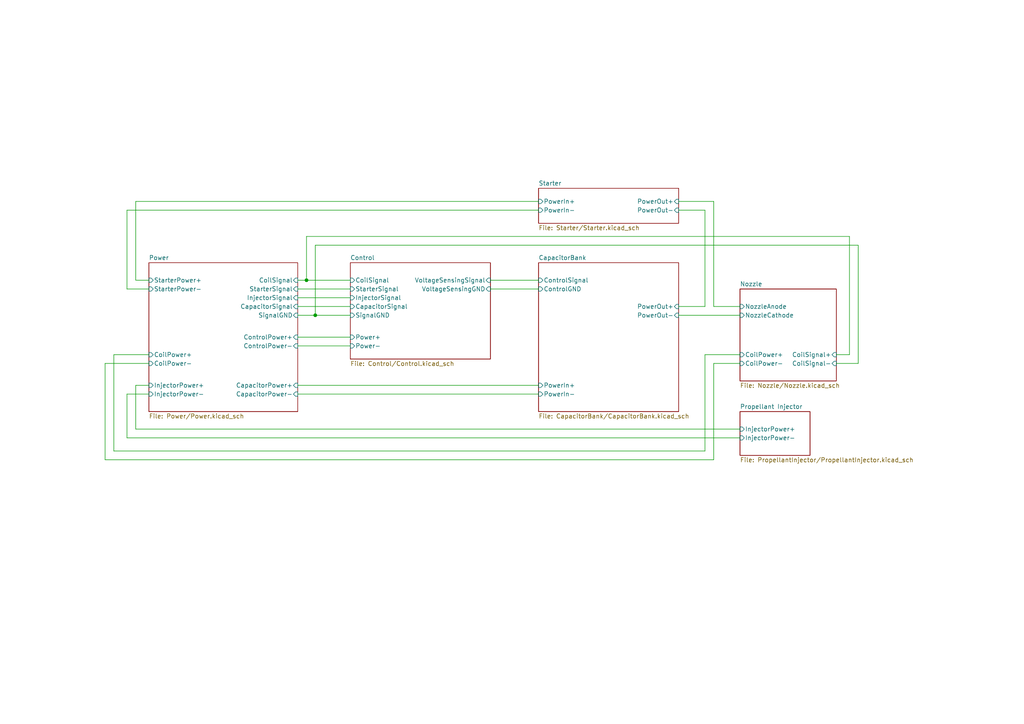
<source format=kicad_sch>
(kicad_sch (version 20211123) (generator eeschema)
  (paper "A4")
  (title_block (title "MPD") (date "2020-01-07") (rev "1"))
  (lib_symbols)
  (junction (at 91.44 91.44))
  (junction (at 88.9 81.28))
  (wire (pts (xy 156.21 60.96) (xy 36.83 60.96)))
  (wire (pts (xy 36.83 114.3) (xy 36.83 127)))
  (wire (pts (xy 91.44 71.12) (xy 91.44 91.44)))
  (wire (pts (xy 207.01 105.41) (xy 207.01 133.35)))
  (wire (pts (xy 86.36 100.33) (xy 101.6 100.33)))
  (wire (pts (xy 196.85 60.96) (xy 204.47 60.96)))
  (wire (pts (xy 39.37 81.28) (xy 39.37 58.42)))
  (wire (pts (xy 30.48 105.41) (xy 30.48 133.35)))
  (wire (pts (xy 248.92 71.12) (xy 248.92 105.41)))
  (wire (pts (xy 86.36 91.44) (xy 91.44 91.44)))
  (wire (pts (xy 39.37 81.28) (xy 43.18 81.28)))
  (wire (pts (xy 86.36 114.3) (xy 156.21 114.3)))
  (wire (pts (xy 86.36 83.82) (xy 101.6 83.82)))
  (wire (pts (xy 196.85 91.44) (xy 214.63 91.44)))
  (wire (pts (xy 196.85 88.9) (xy 204.47 88.9)))
  (wire (pts (xy 39.37 124.46) (xy 214.63 124.46)))
  (wire (pts (xy 88.9 68.58) (xy 88.9 81.28)))
  (wire (pts (xy 91.44 71.12) (xy 248.92 71.12)))
  (wire (pts (xy 204.47 102.87) (xy 204.47 130.81)))
  (wire (pts (xy 36.83 114.3) (xy 43.18 114.3)))
  (wire (pts (xy 207.01 58.42) (xy 207.01 88.9)))
  (wire (pts (xy 43.18 111.76) (xy 39.37 111.76)))
  (wire (pts (xy 33.02 102.87) (xy 43.18 102.87)))
  (wire (pts (xy 156.21 111.76) (xy 86.36 111.76)))
  (wire (pts (xy 156.21 81.28) (xy 142.24 81.28)))
  (wire (pts (xy 39.37 111.76) (xy 39.37 124.46)))
  (wire (pts (xy 36.83 127) (xy 214.63 127)))
  (wire (pts (xy 33.02 102.87) (xy 33.02 130.81)))
  (wire (pts (xy 207.01 105.41) (xy 214.63 105.41)))
  (wire (pts (xy 246.38 102.87) (xy 242.57 102.87)))
  (wire (pts (xy 204.47 88.9) (xy 204.47 60.96)))
  (wire (pts (xy 88.9 68.58) (xy 246.38 68.58)))
  (wire (pts (xy 30.48 105.41) (xy 43.18 105.41)))
  (wire (pts (xy 156.21 58.42) (xy 39.37 58.42)))
  (wire (pts (xy 86.36 86.36) (xy 101.6 86.36)))
  (wire (pts (xy 207.01 88.9) (xy 214.63 88.9)))
  (wire (pts (xy 36.83 60.96) (xy 36.83 83.82)))
  (wire (pts (xy 88.9 81.28) (xy 101.6 81.28)))
  (wire (pts (xy 204.47 102.87) (xy 214.63 102.87)))
  (wire (pts (xy 207.01 58.42) (xy 196.85 58.42)))
  (wire (pts (xy 91.44 91.44) (xy 101.6 91.44)))
  (wire (pts (xy 101.6 88.9) (xy 86.36 88.9)))
  (wire (pts (xy 88.9 81.28) (xy 86.36 81.28)))
  (wire (pts (xy 30.48 133.35) (xy 207.01 133.35)))
  (wire (pts (xy 33.02 130.81) (xy 204.47 130.81)))
  (wire (pts (xy 248.92 105.41) (xy 242.57 105.41)))
  (wire (pts (xy 142.24 83.82) (xy 156.21 83.82)))
  (wire (pts (xy 246.38 68.58) (xy 246.38 102.87)))
  (wire (pts (xy 36.83 83.82) (xy 43.18 83.82)))
  (wire (pts (xy 86.36 97.79) (xy 101.6 97.79)))
  (sheet (at 101.6 76.2) (size 40.64 27.94)
    (property "Sheet name" "Control" (at 101.6 75.4884 0) (effects (justify left bottom)))
    (property "Sheet file" "Control/Control.kicad_sch" (at 101.6 104.7246 0) (effects (justify left top)))
    (pin "CapacitorSignal" input (at 101.6 88.9 180))
    (pin "VoltageSensingSignal" input (at 142.24 81.28 0))
    (pin "VoltageSensingGND" input (at 142.24 83.82 0))
    (pin "CoilSignal" input (at 101.6 81.28 180))
    (pin "StarterSignal" input (at 101.6 83.82 180))
    (pin "SignalGND" input (at 101.6 91.44 180))
    (pin "InjectorSignal" input (at 101.6 86.36 180))
    (pin "Power+" input (at 101.6 97.79 180))
    (pin "Power-" input (at 101.6 100.33 180))
  )
  (sheet (at 43.18 76.2) (size 43.18 43.18)
    (property "Sheet name" "Power" (at 43.18 75.4884 0) (effects (justify left bottom)))
    (property "Sheet file" "Power/Power.kicad_sch" (at 43.18 119.9646 0) (effects (justify left top)))
    (pin "CapacitorPower+" input (at 86.36 111.76 0))
    (pin "CapacitorPower-" input (at 86.36 114.3 0))
    (pin "StarterPower+" input (at 43.18 81.28 180))
    (pin "StarterPower-" input (at 43.18 83.82 180))
    (pin "CoilPower-" input (at 43.18 105.41 180))
    (pin "CoilPower+" input (at 43.18 102.87 180))
    (pin "CapacitorSignal" input (at 86.36 88.9 0))
    (pin "StarterSignal" input (at 86.36 83.82 0))
    (pin "SignalGND" input (at 86.36 91.44 0))
    (pin "InjectorSignal" input (at 86.36 86.36 0))
    (pin "InjectorPower+" input (at 43.18 111.76 180))
    (pin "InjectorPower-" input (at 43.18 114.3 180))
    (pin "CoilSignal" input (at 86.36 81.28 0))
    (pin "ControlPower+" input (at 86.36 97.79 0))
    (pin "ControlPower-" input (at 86.36 100.33 0))
  )
  (sheet (at 156.21 76.2) (size 40.64 43.18)
    (property "Sheet name" "CapacitorBank" (at 156.21 75.4884 0) (effects (justify left bottom)))
    (property "Sheet file" "CapacitorBank/CapacitorBank.kicad_sch" (at 156.21 119.9646 0) (effects (justify left top)))
    (pin "PowerOut+" input (at 196.85 88.9 0))
    (pin "PowerOut-" input (at 196.85 91.44 0))
    (pin "PowerIn+" input (at 156.21 111.76 180))
    (pin "PowerIn-" input (at 156.21 114.3 180))
    (pin "ControlSignal" input (at 156.21 81.28 180))
    (pin "ControlGND" input (at 156.21 83.82 180))
  )
  (sheet (at 156.21 54.61) (size 40.64 10.16)
    (property "Sheet name" "Starter" (at 156.21 53.8984 0) (effects (justify left bottom)))
    (property "Sheet file" "Starter/Starter.kicad_sch" (at 156.21 65.3546 0) (effects (justify left top)))
    (pin "PowerIn+" input (at 156.21 58.42 180))
    (pin "PowerIn-" input (at 156.21 60.96 180))
    (pin "PowerOut+" input (at 196.85 58.42 0))
    (pin "PowerOut-" input (at 196.85 60.96 0))
  )
  (sheet (at 214.63 83.82) (size 27.94 26.67)
    (property "Sheet name" "Nozzle" (at 214.63 83.1084 0) (effects (justify left bottom)))
    (property "Sheet file" "Nozzle/Nozzle.kicad_sch" (at 214.63 111.0746 0) (effects (justify left top)))
    (pin "NozzleAnode" input (at 214.63 88.9 180))
    (pin "NozzleCathode" input (at 214.63 91.44 180))
    (pin "CoilPower+" input (at 214.63 102.87 180))
    (pin "CoilPower-" input (at 214.63 105.41 180))
    (pin "CoilSignal+" input (at 242.57 102.87 0))
    (pin "CoilSignal-" input (at 242.57 105.41 0))
  )
  (sheet (at 214.63 119.38) (size 20.32 12.7)
    (property "Sheet name" "Propellant Injector" (at 214.63 118.6684 0) (effects (justify left bottom)))
    (property "Sheet file" "PropellantInjector/PropellantInjector.kicad_sch" (at 214.63 132.6646 0) (effects (justify left top)))
    (pin "InjectorPower+" input (at 214.63 124.46 180))
    (pin "InjectorPower-" input (at 214.63 127 180))
  )
)
</source>
